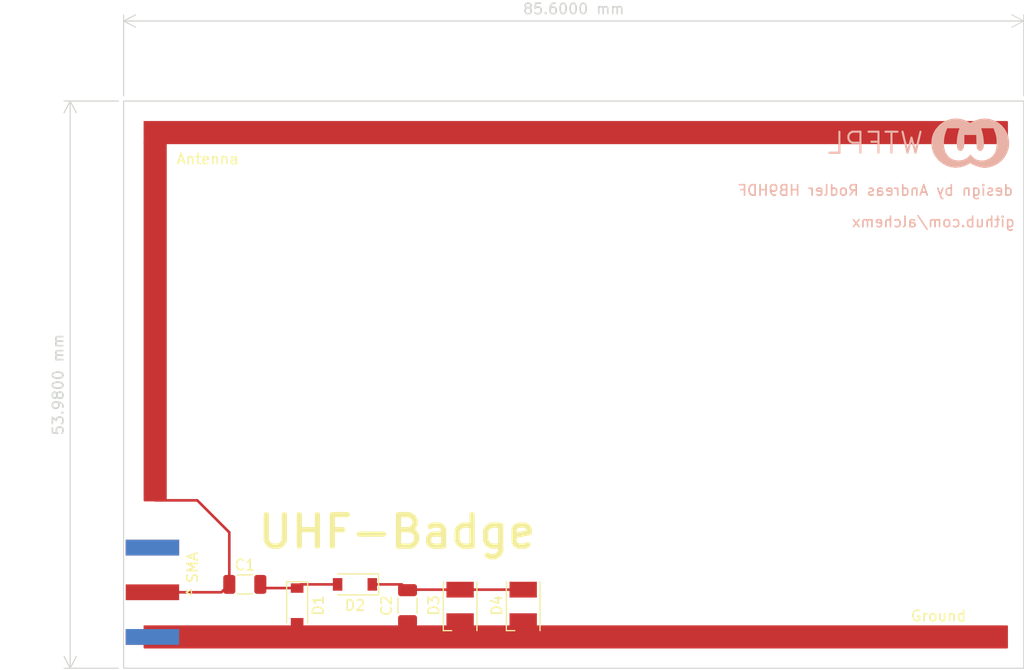
<source format=kicad_pcb>
(kicad_pcb (version 20211014) (generator pcbnew)
  (layers (0 "F.Cu" signal) (31 "B.Cu" signal) (34 "B.Paste" user) (35 "F.Paste" user) (36 "B.SilkS" user "B.Silkscreen") (37 "F.SilkS" user "F.Silkscreen") (38 "B.Mask" user) (39 "F.Mask" user) (44 "Edge.Cuts" user))
  (net 0 "")
  (net 1 "Net-(AE1-Pad1)")
  (net 2 "Net-(C1-Pad2)")
  (net 3 "Earth")
  (net 4 "Net-(C2-Pad1)")
  (footprint "Connector_Coaxial:SMA_Amphenol_132289_EdgeMount" (layer "F.Cu") (at 62.738 106.75 180)
    (fp_text reference "SMA" (at -3.81 2.356 90) (layer "F.SilkS"))
    (fp_text value "Conn_Coaxial")
    (fp_line (start -3.21 0) (end -3.71 -0.25) (layer "F.SilkS") (width 0.12))
    (fp_line (start -3.71 0.25) (end -3.21 0) (layer "F.SilkS") (width 0.12))
    (fp_line (start -3.71 -0.25) (end -3.71 0.25) (layer "F.SilkS") (width 0.12))
    (pad "1" smd rect (at 0 0 270) (size 1.5 5.08) (layers "F.Cu" "F.Paste" "F.Mask") (net 1 "Net-(AE1-Pad1)"))
    (pad "2" smd rect (at 0 4.25 270) (size 1.5 5.08) (layers "B.Cu" "B.Paste" "B.Mask") (net 3 "Earth"))
    (pad "2" smd rect (at 0 -4.25 270) (size 1.5 5.08) (layers "F.Cu" "F.Paste" "F.Mask") (net 3 "Earth"))
    (pad "2" smd rect (at 0 4.25 270) (size 1.5 5.08) (layers "F.Cu" "F.Paste" "F.Mask") (net 3 "Earth"))
    (pad "2" smd rect (at 0 -4.25 270) (size 1.5 5.08) (layers "B.Cu" "B.Paste" "B.Mask") (net 3 "Earth"))
  )
  (footprint "LED_SMD:LED_PLCC-2" (layer "F.Cu") (at 92 108 90)
    (fp_text reference "D3" (at 0 -2.5 90) (layer "F.SilkS"))
    (fp_text value "LTST-T680KSWT")
    (fp_line (start 2.25 -1.6) (end -2.4 -1.6) (layer "F.SilkS") (width 0.12))
    (fp_line (start 2.25 1.6) (end -2.4 1.6) (layer "F.SilkS") (width 0.12))
    (fp_line (start -2.4 -1.6) (end -2.4 -0.8) (layer "F.SilkS") (width 0.12))
    (pad "1" smd rect (at -1.5 0 90) (size 1.5 2.6) (layers "F.Cu" "F.Paste" "F.Mask") (net 3 "Earth"))
    (pad "2" smd rect (at 1.5 0 90) (size 1.5 2.6) (layers "F.Cu" "F.Paste" "F.Mask") (net 4 "Net-(C2-Pad1)"))
  )
  (footprint "Diode_SMD:D_SOD-123" (layer "F.Cu") (at 76.5 108 -90)
    (fp_text reference "D1" (at 0 -2 90) (layer "F.SilkS"))
    (fp_text value "MMSD701T1G")
    (fp_line (start -2.25 -1) (end 1.65 -1) (layer "F.SilkS") (width 0.12))
    (fp_line (start -2.25 -1) (end -2.25 1) (layer "F.SilkS") (width 0.12))
    (fp_line (start -2.25 1) (end 1.65 1) (layer "F.SilkS") (width 0.12))
    (pad "1" smd rect (at -1.65 0 270) (size 0.9 1.2) (layers "F.Cu" "F.Paste" "F.Mask") (net 2 "Net-(C1-Pad2)"))
    (pad "2" smd rect (at 1.65 0 270) (size 0.9 1.2) (layers "F.Cu" "F.Paste" "F.Mask") (net 3 "Earth"))
  )
  (footprint "Capacitor_SMD:C_1206_3216Metric" (layer "F.Cu") (at 71.525 106)
    (fp_text reference "C1" (at 0 -1.85) (layer "F.SilkS"))
    (fp_text value "100pF")
    (fp_line (start -0.711252 -0.91) (end 0.711252 -0.91) (layer "F.SilkS") (width 0.12))
    (fp_line (start -0.711252 0.91) (end 0.711252 0.91) (layer "F.SilkS") (width 0.12))
    (pad "1" smd roundrect (at -1.475 0) (size 1.15 1.8) (layers "F.Cu" "F.Paste" "F.Mask") (roundrect_rratio 0.217391) (net 1 "Net-(AE1-Pad1)"))
    (pad "2" smd roundrect (at 1.475 0) (size 1.15 1.8) (layers "F.Cu" "F.Paste" "F.Mask") (roundrect_rratio 0.217391) (net 2 "Net-(C1-Pad2)"))
  )
  (footprint "LED_SMD:LED_PLCC-2" (layer "F.Cu") (at 98 108 90)
    (fp_text reference "D4" (at 0 -2.5 90) (layer "F.SilkS"))
    (fp_text value "LTST-T680UBWT")
    (fp_line (start -2.4 -1.6) (end -2.4 -0.8) (layer "F.SilkS") (width 0.12))
    (fp_line (start 2.25 -1.6) (end -2.4 -1.6) (layer "F.SilkS") (width 0.12))
    (fp_line (start 2.25 1.6) (end -2.4 1.6) (layer "F.SilkS") (width 0.12))
    (pad "1" smd rect (at -1.5 0 90) (size 1.5 2.6) (layers "F.Cu" "F.Paste" "F.Mask") (net 3 "Earth"))
    (pad "2" smd rect (at 1.5 0 90) (size 1.5 2.6) (layers "F.Cu" "F.Paste" "F.Mask") (net 4 "Net-(C2-Pad1)"))
  )
  (footprint "Capacitor_SMD:C_1206_3216Metric" (layer "F.Cu") (at 87 108.025 -90)
    (fp_text reference "C2" (at 0 2 90) (layer "F.SilkS"))
    (fp_text value "1uF")
    (fp_line (start -0.711252 0.91) (end 0.711252 0.91) (layer "F.SilkS") (width 0.12))
    (fp_line (start -0.711252 -0.91) (end 0.711252 -0.91) (layer "F.SilkS") (width 0.12))
    (pad "1" smd roundrect (at -1.475 0 270) (size 1.15 1.8) (layers "F.Cu" "F.Paste" "F.Mask") (roundrect_rratio 0.217391) (net 4 "Net-(C2-Pad1)"))
    (pad "2" smd roundrect (at 1.475 0 270) (size 1.15 1.8) (layers "F.Cu" "F.Paste" "F.Mask") (roundrect_rratio 0.217391) (net 3 "Earth"))
  )
  (footprint "Diode_SMD:D_SOD-123" (layer "F.Cu") (at 82 106 180)
    (fp_text reference "D2" (at 0 -2) (layer "F.SilkS"))
    (fp_text value "MMSD701T1G")
    (fp_line (start -2.25 -1) (end 1.65 -1) (layer "F.SilkS") (width 0.12))
    (fp_line (start -2.25 -1) (end -2.25 1) (layer "F.SilkS") (width 0.12))
    (fp_line (start -2.25 1) (end 1.65 1) (layer "F.SilkS") (width 0.12))
    (pad "1" smd rect (at -1.65 0 180) (size 0.9 1.2) (layers "F.Cu" "F.Paste" "F.Mask") (net 4 "Net-(C2-Pad1)"))
    (pad "2" smd rect (at 1.65 0 180) (size 0.9 1.2) (layers "F.Cu" "F.Paste" "F.Mask") (net 2 "Net-(C1-Pad2)"))
  )
  (footprint "Graphics:wtfpllogo" (layer "B.Cu") (at 140.5 64 180)
    (fp_text reference "G***" hide)
    (fp_text value "LOGO" hide)
    (fp_poly (pts (xy -0.964468 2.302046) (xy -0.5223 2.173401) (xy -0.303151 2.074394) (xy 0.008215 1.915973) (xy 0.174806 2.02462) (xy 0.496423 2.186718) (xy 0.866646 2.293944) (xy 1.258061 2.34152) (xy 1.643257 2.324669) (xy 1.770987 2.30278) (xy 2.184769 2.186354) (xy 2.539989 2.017146) (xy 2.859557 1.783004) (xy 3.0006 1.650443) (xy 3.298445 1.295974) (xy 3.510091 0.915124) (xy 3.638118 0.501677) (xy 3.685105 0.049415) (xy 3.685444 0) (xy 3.64817 -0.454814) (xy 3.535079 -0.863753) (xy 3.341848 -1.237309) (xy 3.064152 -1.58597) (xy 3.00779 -1.643966) (xy 2.648417 -1.944036) (xy 2.254553 -2.162631) (xy 1.834422 -2.297756) (xy 1.396249 -2.347418) (xy 0.948261 -2.309625) (xy 0.614516 -2.223932) (xy 0.435626 -2.155599) (xy 0.264494 -2.075752) (xy 0.174806 -2.024619) (xy 0.008215 -1.915972) (xy -0.303151 -2.07435) (xy -0.561409 -2.185097) (xy -0.850595 -2.276069) (xy -1.136115 -2.338266) (xy -1.383375 -2.362688) (xy -1.411111 -2.362615) (xy -1.541459 -2.351232) (xy -1.717622 -2.324571) (xy -1.866308 -2.295714) (xy -2.300669 -2.157039) (xy -2.691418 -1.942984) (xy -3.0309 -1.661805) (xy -3.311463 -1.32176) (xy -3.525452 -0.931105) (xy -3.665213 -0.498098) (xy -3.697898 -0.319863) (xy -3.71221 0) (xy -2.52088 0) (xy -2.506742 -0.358239) (xy -2.461043 -0.647727) (xy -2.377849 -0.887072) (xy -2.251222 -1.094882) (xy -2.12527 -1.240117) (xy -1.853641 -1.456608) (xy -1.542195 -1.597298) (xy -1.205907 -1.659095) (xy -0.859751 -1.638904) (xy -0.580024 -1.559386) (xy -0.457998 -1.488804) (xy -0.314642 -1.373899) (xy -0.204487 -1.264545) (xy -0.102898 -1.157335) (xy -0.029699 -1.091113) (xy -0.000066 -1.079532) (xy 0 -1.080567) (xy 0.033974 -1.149398) (xy 0.121093 -1.248659) (xy 0.239156 -1.357683) (xy 0.365961 -1.455803) (xy 0.470034 -1.518099) (xy 0.788809 -1.621773) (xy 1.132116 -1.650484) (xy 1.47286 -1.604256) (xy 1.717565 -1.517074) (xy 1.937169 -1.372731) (xy 2.141067 -1.165755) (xy 2.304429 -0.924092) (xy 2.368999 -0.783894) (xy 2.457971 -0.443659) (xy 2.492312 -0.055677) (xy 2.473246 0.355907) (xy 2.401997 0.766948) (xy 2.279786 1.1533) (xy 2.269613 1.178173) (xy 2.172808 1.411112) (xy 1.005472 1.411112) (xy 1.070287 1.227406) (xy 1.148124 0.96022) (xy 1.208279 0.660994) (xy 1.249046 0.351045) (xy 1.268722 0.05169) (xy 1.265602 -0.215754) (xy 1.237981 -0.42997) (xy 1.210126 -0.521274) (xy 1.109031 -0.679832) (xy 0.983025 -0.757608) (xy 0.848792 -0.754255) (xy 0.723016 -0.669425) (xy 0.635331 -0.53325) (xy 0.595913 -0.428011) (xy 0.569884 -0.305103) (xy 0.554782 -0.143585) (xy 0.548147 0.077484) (xy 0.547236 0.216219) (xy 0.546237 0.773836) (xy -0.583026 0.773836) (xy -0.599025 0.14794) (xy -0.607736 -0.116435) (xy -0.619676 -0.306587) (xy -0.637104 -0.439331) (xy -0.662279 -0.53148) (xy -0.697461 -0.599846) (xy -0.700015 -0.60367) (xy -0.822058 -0.72252) (xy -0.959361 -0.760322) (xy -1.094607 -0.721043) (xy -1.210477 -0.608646) (xy -1.276624 -0.471678) (xy -1.306459 -0.306591) (xy -1.314617 -0.076346) (xy -1.30273 0.196211) (xy -1.272431 0.488235) (xy -1.225351 0.776878) (xy -1.170551 1.012814) (xy -1.061193 1.411112) (xy -2.223925 1.411112) (xy -2.313616 1.171391) (xy -2.406734 0.906522) (xy -2.467717 0.683121) (xy -2.50283 0.46578) (xy -2.518338 0.219093) (xy -2.52088 0) (xy -3.71221 0) (xy -3.71737 0.115331) (xy -3.653802 0.546085) (xy -3.513424 0.958279) (xy -3.302466 1.337795) (xy -3.027158 1.670515) (xy -2.702247 1.936695) (xy -2.289201 2.15906) (xy -1.856301 2.294394) (xy -1.411929 2.342216)) (layer "B.SilkS") (width 0) (fill solid))
  )
  (gr_rect (start 62 112) (end 144 110) (layer "F.Cu") (width 0.2) (fill solid))
  (gr_rect (start 144 62) (end 62 64) (layer "F.Cu") (width 0.2) (fill solid))
  (gr_rect (start 62 64) (end 64 98) (layer "F.Cu") (width 0.2) (fill solid))
  (gr_rect (start 60 60) (end 145.6 113.98) (layer "Edge.Cuts") (width 0.1) (fill none))
  (gr_text "WTFPL" (at 131.5 64) (layer "B.SilkS") (effects (font (size 2 2) (thickness 0.2)) (justify mirror)))
  (gr_text "github.com/alchemx" (at 137 71.5) (layer "B.SilkS") (effects (font (size 1 1)) (justify mirror)))
  (gr_text "design by Andreas Rodler HB9HDF" (at 131.5 68.5) (layer "B.SilkS") (effects (font (size 1 1)) (justify mirror)))
  (gr_text "UHF-Badge" (at 86 101) (layer "F.SilkS") (effects (font (size 3 3) (thickness 0.5))))
  (gr_text "Ground" (at 137.5 109) (layer "F.SilkS") (effects (font (size 1 1))))
  (gr_text "Antenna" (at 68 65.5) (layer "F.SilkS") (effects (font (size 1 1))))
  (dimension (type aligned) (layer "Edge.Cuts") (pts (xy 145.6 60) (xy 60 60)) (height 7.62) (gr_text "85.6000 mm" (at 102.8 51.23) (layer "Edge.Cuts") (effects (font (size 1 1) (thickness 0.15)))) (format (units 3) (units_format 1) (precision 4)) (style (thickness 0.1) (arrow_length 1.27) (text_position_mode 0) (extension_height 0.58642) (extension_offset 0.5) keep_text_aligned))
  (dimension (type aligned) (layer "Edge.Cuts") (pts (xy 60 113.98) (xy 60 60)) (height -5.08) (gr_text "53.9800 mm" (at 53.77 86.99 90) (layer "Edge.Cuts") (effects (font (size 1 1) (thickness 0.15)))) (format (units 3) (units_format 1) (precision 4)) (style (thickness 0.1) (arrow_length 1.27) (text_position_mode 0) (extension_height 0.58642) (extension_offset 0.5) keep_text_aligned))
  (segment (start 67 98) (end 63 98) (width 0.25) (layer "F.Cu") (net 1))
  (segment (start 69.3 106.75) (end 70.05 106) (width 0.25) (layer "F.Cu") (net 1))
  (segment (start 70.05 101.05) (end 67 98) (width 0.25) (layer "F.Cu") (net 1))
  (segment (start 63 106.75) (end 69.3 106.75) (width 0.25) (layer "F.Cu") (net 1))
  (segment (start 70.05 106) (end 70.05 101.05) (width 0.25) (layer "F.Cu") (net 1))
  (segment (start 76.5 106.35) (end 73.35 106.35) (width 0.25) (layer "F.Cu") (net 2))
  (segment (start 80.35 106) (end 76.85 106) (width 0.25) (layer "F.Cu") (net 2))
  (segment (start 73.35 106.35) (end 73 106) (width 0.25) (layer "F.Cu") (net 2))
  (segment (start 76.85 106) (end 76.5 106.35) (width 0.25) (layer "F.Cu") (net 2))
  (segment (start 98 106.5) (end 92 106.5) (width 0.25) (layer "F.Cu") (net 4))
  (segment (start 86.45 106) (end 83.65 106) (width 0.25) (layer "F.Cu") (net 4))
  (segment (start 87.05 106.5) (end 87 106.55) (width 0.25) (layer "F.Cu") (net 4))
  (segment (start 92 106.5) (end 87.05 106.5) (width 0.25) (layer "F.Cu") (net 4))
  (segment (start 87 106.55) (end 86.45 106) (width 0.25) (layer "F.Cu") (net 4))
)
</source>
